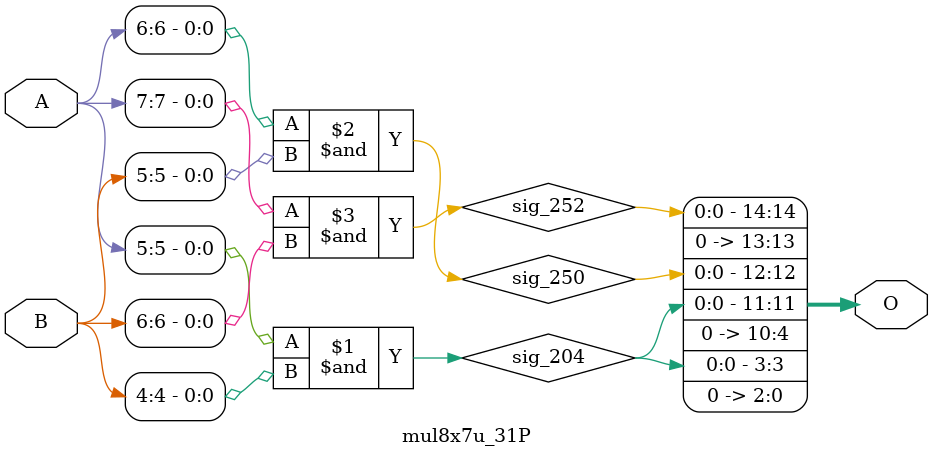
<source format=v>
/***
* This code is a part of EvoApproxLib library (ehw.fit.vutbr.cz/approxlib) distributed under The MIT License.
* When used, please cite the following article(s): V. Mrazek, L. Sekanina, Z. Vasicek "Libraries of Approximate Circuits: Automated Design and Application in CNN Accelerators" IEEE Journal on Emerging and Selected Topics in Circuits and Systems, Vol 10, No 4, 2020 
* This file contains a circuit from a sub-set of pareto optimal circuits with respect to the pwr and wce parameters
***/
// MAE% = 9.73 %
// MAE = 3189 
// WCE% = 30.62 %
// WCE = 10033 
// WCRE% = 301.56 %
// EP% = 98.83 %
// MRE% = 62.41 %
// MSE = 16898.093e3 
// PDK45_PWR = 0.00089 mW
// PDK45_AREA = 7.0 um2
// PDK45_DELAY = 0.04 ns

module mul8x7u_31P (
    A,
    B,
    O
);

input [7:0] A;
input [6:0] B;
output [14:0] O;

wire sig_204,sig_250,sig_252;

assign sig_204 = A[5] & B[4];
assign sig_250 = A[6] & B[5];
assign sig_252 = A[7] & B[6];

assign O[14] = sig_252;
assign O[13] = 1'b0;
assign O[12] = sig_250;
assign O[11] = sig_204;
assign O[10] = 1'b0;
assign O[9] = 1'b0;
assign O[8] = 1'b0;
assign O[7] = 1'b0;
assign O[6] = 1'b0;
assign O[5] = 1'b0;
assign O[4] = 1'b0;
assign O[3] = sig_204;
assign O[2] = 1'b0;
assign O[1] = 1'b0;
assign O[0] = 1'b0;

endmodule



</source>
